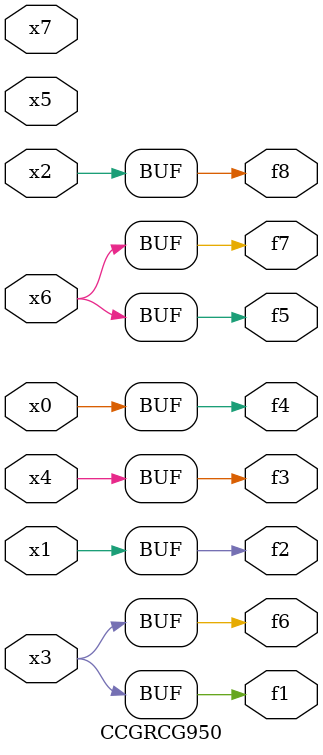
<source format=v>
module CCGRCG950(
	input x0, x1, x2, x3, x4, x5, x6, x7,
	output f1, f2, f3, f4, f5, f6, f7, f8
);
	assign f1 = x3;
	assign f2 = x1;
	assign f3 = x4;
	assign f4 = x0;
	assign f5 = x6;
	assign f6 = x3;
	assign f7 = x6;
	assign f8 = x2;
endmodule

</source>
